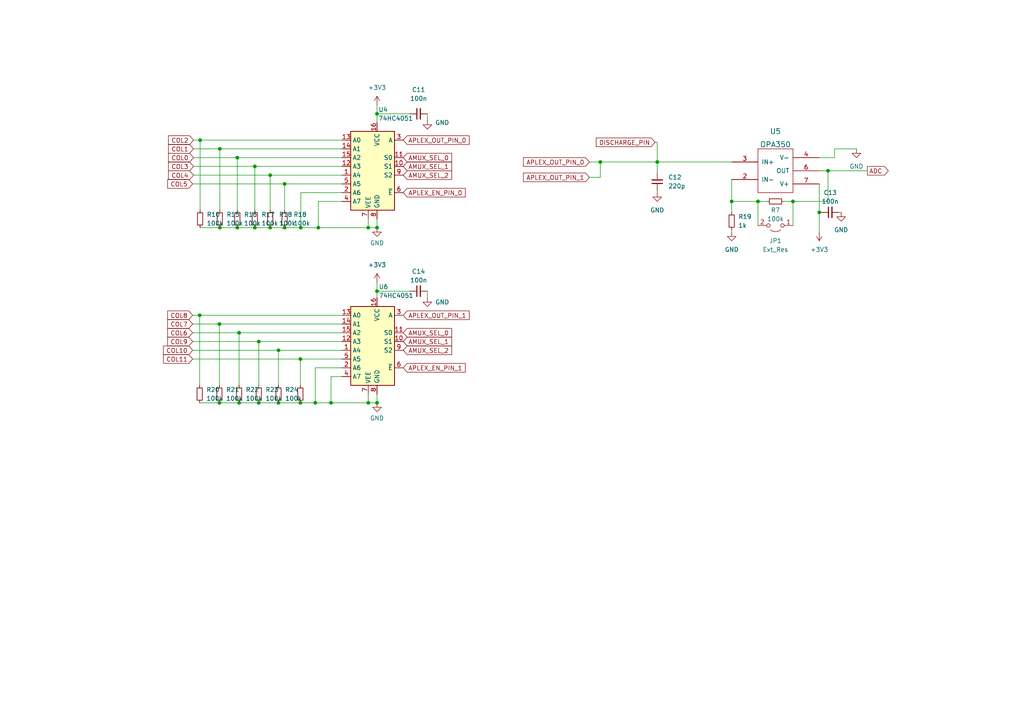
<source format=kicad_sch>
(kicad_sch (version 20230121) (generator eeschema)
  (paper "A4")
  (lib_symbols
    (symbol "74xx:74HC4051"
      (property "Reference" "U" (at -5.08 11.43 0))
      (property "Value" "74HC4051" (at -7.62 -13.97 0))
      (symbol "74HC4051_0_1"
        (rectangle (start -5.08 10.16) (end 7.62 -12.7) (stroke (width 0.254)) (fill (type background)))
      )
      (symbol "74HC4051_1_1"
        (pin passive line (at 10.16 -2.54 180) (length 2.54) (name "A4") (number "1"))
        (pin input line (at -7.62 0 0) (length 2.54) (name "S1") (number "10"))
        (pin input line (at -7.62 2.54 0) (length 2.54) (name "S0") (number "11"))
        (pin passive line (at 10.16 0 180) (length 2.54) (name "A3") (number "12"))
        (pin passive line (at 10.16 7.62 180) (length 2.54) (name "A0") (number "13"))
        (pin passive line (at 10.16 5.08 180) (length 2.54) (name "A1") (number "14"))
        (pin passive line (at 10.16 2.54 180) (length 2.54) (name "A2") (number "15"))
        (pin power_in line (at 0 12.7 270) (length 2.54) (name "VCC") (number "16"))
        (pin passive line (at 10.16 -7.62 180) (length 2.54) (name "A6") (number "2"))
        (pin passive line (at -7.62 7.62 0) (length 2.54) (name "A") (number "3"))
        (pin passive line (at 10.16 -10.16 180) (length 2.54) (name "A7") (number "4"))
        (pin passive line (at 10.16 -5.08 180) (length 2.54) (name "A5") (number "5"))
        (pin input line (at -7.62 -7.62 0) (length 2.54) (name "~{E}") (number "6"))
        (pin power_in line (at 2.54 -15.24 90) (length 2.54) (name "VEE") (number "7"))
        (pin power_in line (at 0 -15.24 90) (length 2.54) (name "GND") (number "8"))
        (pin input line (at -7.62 -2.54 0) (length 2.54) (name "S2") (number "9"))
      )
    )
    (symbol "Device:C_Small" (pin_numbers hide) (pin_names (offset 0.254) hide)
      (property "Reference" "C" (at 0.254 1.778 0))
      (property "Value" "C_Small" (at 0.254 -2.032 0))
      (symbol "C_Small_0_1"
        (polyline (pts (xy -1.524 -0.508) (xy 1.524 -0.508)) (stroke (width 0.3302)))
        (polyline (pts (xy -1.524 0.508) (xy 1.524 0.508)) (stroke (width 0.3048)))
      )
      (symbol "C_Small_1_1"
        (pin passive line (at 0 2.54 270) (length 2.032) (name "~") (number "1"))
        (pin passive line (at 0 -2.54 90) (length 2.032) (name "~") (number "2"))
      )
    )
    (symbol "Device:R_Small" (pin_numbers hide) (pin_names (offset 0.254) hide)
      (property "Reference" "R" (at 0.762 0.508 0))
      (property "Value" "R_Small" (at 0.762 -1.016 0))
      (symbol "R_Small_0_1"
        (rectangle (start -0.762 1.778) (end 0.762 -1.778) (stroke (width 0.2032)))
      )
      (symbol "R_Small_1_1"
        (pin passive line (at 0 2.54 270) (length 0.762) (name "~") (number "1"))
        (pin passive line (at 0 -2.54 90) (length 0.762) (name "~") (number "2"))
      )
    )
    (symbol "Jumper:Jumper_2_Open" (pin_names (offset 0) hide)
      (property "Reference" "JP" (at 0 2.794 0))
      (property "Value" "Jumper_2_Open" (at 0 -2.286 0))
      (symbol "Jumper_2_Open_0_0"
        (circle (center -2.032 0) (radius 0.508))
        (circle (center 2.032 0) (radius 0.508))
      )
      (symbol "Jumper_2_Open_0_1"
        (arc (start 1.524 1.27) (mid 0 1.778) (end -1.524 1.27))
      )
      (symbol "Jumper_2_Open_1_1"
        (pin passive line (at -5.08 0 0) (length 2.54) (name "A") (number "1"))
        (pin passive line (at 5.08 0 180) (length 2.54) (name "B") (number "2"))
      )
    )
    (symbol "cipulot_parts:OPA350" (pin_names (offset 1.016))
      (property "Reference" "U" (at 8.89 -7.62 0))
      (property "Value" "OPA350" (at 5.08 7.62 0))
      (symbol "OPA350_0_1"
        (rectangle (start 0 -6.35) (end 10.16 6.35))
        (pin input line (at -7.62 2.54 0) (length 7.62) (name "IN-") (number "2"))
        (pin input line (at -7.62 -2.54 0) (length 7.62) (name "IN+") (number "3"))
        (pin input line (at 17.78 -3.81 180) (length 7.62) (name "V-") (number "4"))
        (pin input line (at 17.78 0 180) (length 7.62) (name "OUT") (number "6"))
        (pin input line (at 17.78 3.81 180) (length 7.62) (name "V+") (number "7"))
      )
    )
    (symbol "power:+3V3" (power) (pin_names (offset 0))
      (property "Value" "+3V3" (at 0 3.556 0))
      (symbol "+3V3_0_1"
        (polyline (pts (xy -0.762 1.27) (xy 0 2.54)))
        (polyline (pts (xy 0 0) (xy 0 2.54)))
        (polyline (pts (xy 0 2.54) (xy 0.762 1.27)))
      )
      (symbol "+3V3_1_1"
        (pin power_in line (at 0 0 90) (length 0) hide (name "+3V3") (number "1"))
      )
    )
    (symbol "power:GND" (power) (pin_names (offset 0))
      (property "Value" "GND" (at 0 -3.81 0))
      (symbol "GND_0_1"
        (polyline (pts (xy 0 0) (xy 0 -1.27) (xy 1.27 -1.27) (xy 0 -2.54) (xy -1.27 -1.27) (xy 0 -1.27)))
      )
      (symbol "GND_1_1"
        (pin power_in line (at 0 0 270) (length 0) hide (name "GND") (number "1"))
      )
    )
  )
  (junction (at 109.347 84.455))
  (junction (at 69.342 116.84))
  (junction (at 219.837 58.42))
  (junction (at 82.55 53.34))
  (junction (at 106.807 116.84))
  (junction (at 73.914 48.26))
  (junction (at 190.627 46.99))
  (junction (at 68.834 66.04))
  (junction (at 57.912 91.44))
  (junction (at 75.057 99.06))
  (junction (at 63.627 116.84))
  (junction (at 96.012 116.84))
  (junction (at 78.359 50.8))
  (junction (at 109.347 116.84))
  (junction (at 87.122 104.14))
  (junction (at 109.347 33.02))
  (junction (at 212.217 58.42))
  (junction (at 69.342 96.52))
  (junction (at 240.157 49.53))
  (junction (at 58.039 40.64))
  (junction (at 63.754 66.04))
  (junction (at 80.772 116.84))
  (junction (at 87.249 66.04))
  (junction (at 73.914 66.04))
  (junction (at 78.359 66.04))
  (junction (at 63.754 43.18))
  (junction (at 63.627 93.98))
  (junction (at 174.117 46.99))
  (junction (at 68.834 45.72))
  (junction (at 91.44 116.84))
  (junction (at 80.772 101.6))
  (junction (at 106.807 66.04))
  (junction (at 237.617 61.595))
  (junction (at 229.997 58.42))
  (junction (at 109.347 66.04))
  (junction (at 87.122 116.84))
  (junction (at 92.329 66.04))
  (junction (at 82.55 66.04))
  (junction (at 75.057 116.84))
  (wire (pts (xy 87.249 66.04) (xy 92.329 66.04)))
  (wire (pts (xy 190.627 41.275) (xy 190.627 46.99)))
  (wire (pts (xy 240.157 58.42) (xy 229.997 58.42)))
  (wire (pts (xy 174.117 46.99) (xy 190.627 46.99)))
  (wire (pts (xy 99.187 109.22) (xy 96.012 109.22)))
  (wire (pts (xy 82.55 66.04) (xy 87.249 66.04)))
  (wire (pts (xy 190.627 50.165) (xy 190.627 46.99)))
  (wire (pts (xy 212.217 66.675) (xy 212.217 67.31)))
  (wire (pts (xy 58.039 40.64) (xy 58.039 60.96)))
  (wire (pts (xy 80.772 101.6) (xy 80.772 111.76)))
  (wire (pts (xy 91.44 116.84) (xy 96.012 116.84)))
  (wire (pts (xy 227.457 58.42) (xy 229.997 58.42)))
  (wire (pts (xy 55.88 53.34) (xy 82.55 53.34)))
  (wire (pts (xy 80.772 116.84) (xy 87.122 116.84)))
  (wire (pts (xy 63.627 116.84) (xy 69.342 116.84)))
  (wire (pts (xy 190.627 55.245) (xy 190.627 55.88)))
  (wire (pts (xy 73.914 66.04) (xy 78.359 66.04)))
  (wire (pts (xy 55.88 99.06) (xy 75.057 99.06)))
  (wire (pts (xy 55.88 93.98) (xy 63.627 93.98)))
  (wire (pts (xy 80.772 101.6) (xy 99.187 101.6)))
  (wire (pts (xy 78.359 50.8) (xy 78.359 60.96)))
  (wire (pts (xy 248.412 43.18) (xy 242.062 43.18)))
  (wire (pts (xy 55.88 101.6) (xy 80.772 101.6)))
  (wire (pts (xy 56.134 48.26) (xy 73.914 48.26)))
  (wire (pts (xy 87.122 116.84) (xy 91.44 116.84)))
  (wire (pts (xy 58.039 66.04) (xy 63.754 66.04)))
  (wire (pts (xy 91.44 106.68) (xy 91.44 116.84)))
  (wire (pts (xy 75.057 99.06) (xy 75.057 111.76)))
  (wire (pts (xy 73.914 48.26) (xy 73.914 60.96)))
  (wire (pts (xy 63.754 43.18) (xy 99.187 43.18)))
  (wire (pts (xy 109.347 84.455) (xy 118.872 84.455)))
  (wire (pts (xy 237.617 61.595) (xy 237.617 67.31)))
  (wire (pts (xy 68.834 45.72) (xy 68.834 60.96)))
  (wire (pts (xy 109.347 84.455) (xy 109.347 86.36)))
  (wire (pts (xy 190.627 46.99) (xy 212.217 46.99)))
  (wire (pts (xy 170.942 46.99) (xy 174.117 46.99)))
  (wire (pts (xy 109.347 114.3) (xy 109.347 116.84)))
  (wire (pts (xy 189.992 41.275) (xy 190.627 41.275)))
  (wire (pts (xy 99.187 58.42) (xy 92.329 58.42)))
  (wire (pts (xy 238.252 61.595) (xy 237.617 61.595)))
  (wire (pts (xy 123.952 86.36) (xy 123.952 84.455)))
  (wire (pts (xy 92.329 58.42) (xy 92.329 66.04)))
  (wire (pts (xy 68.834 45.72) (xy 99.187 45.72)))
  (wire (pts (xy 75.057 99.06) (xy 99.187 99.06)))
  (wire (pts (xy 75.057 116.84) (xy 80.772 116.84)))
  (wire (pts (xy 170.942 51.435) (xy 174.117 51.435)))
  (wire (pts (xy 219.837 58.42) (xy 219.837 65.405)))
  (wire (pts (xy 68.834 66.04) (xy 73.914 66.04)))
  (wire (pts (xy 56.134 40.64) (xy 58.039 40.64)))
  (wire (pts (xy 56.134 45.72) (xy 68.834 45.72)))
  (wire (pts (xy 174.117 51.435) (xy 174.117 46.99)))
  (wire (pts (xy 69.342 96.52) (xy 99.187 96.52)))
  (wire (pts (xy 237.617 45.72) (xy 242.062 45.72)))
  (wire (pts (xy 229.997 58.42) (xy 229.997 65.405)))
  (wire (pts (xy 63.627 93.98) (xy 99.187 93.98)))
  (wire (pts (xy 99.187 55.88) (xy 87.249 55.88)))
  (wire (pts (xy 55.88 104.14) (xy 87.122 104.14)))
  (wire (pts (xy 78.359 50.8) (xy 99.187 50.8)))
  (wire (pts (xy 73.914 48.26) (xy 99.187 48.26)))
  (wire (pts (xy 237.617 49.53) (xy 240.157 49.53)))
  (wire (pts (xy 240.157 49.53) (xy 251.587 49.53)))
  (wire (pts (xy 109.347 81.915) (xy 109.347 84.455)))
  (wire (pts (xy 212.217 52.07) (xy 212.217 58.42)))
  (wire (pts (xy 82.55 53.34) (xy 99.187 53.34)))
  (wire (pts (xy 91.44 106.68) (xy 99.187 106.68)))
  (wire (pts (xy 106.807 63.5) (xy 106.807 66.04)))
  (wire (pts (xy 106.807 66.04) (xy 109.347 66.04)))
  (wire (pts (xy 237.617 53.34) (xy 237.617 61.595)))
  (wire (pts (xy 57.912 116.84) (xy 63.627 116.84)))
  (wire (pts (xy 106.807 116.84) (xy 109.347 116.84)))
  (wire (pts (xy 109.347 33.02) (xy 109.347 35.56)))
  (wire (pts (xy 58.039 40.64) (xy 99.187 40.64)))
  (wire (pts (xy 82.55 53.34) (xy 82.55 60.96)))
  (wire (pts (xy 96.012 109.22) (xy 96.012 116.84)))
  (wire (pts (xy 55.88 91.44) (xy 57.912 91.44)))
  (wire (pts (xy 242.062 45.72) (xy 242.062 43.18)))
  (wire (pts (xy 87.122 104.14) (xy 87.122 111.76)))
  (wire (pts (xy 63.627 111.76) (xy 63.627 93.98)))
  (wire (pts (xy 219.837 58.42) (xy 212.217 58.42)))
  (wire (pts (xy 240.157 49.53) (xy 240.157 58.42)))
  (wire (pts (xy 87.249 55.88) (xy 87.249 66.04)))
  (wire (pts (xy 56.134 43.18) (xy 63.754 43.18)))
  (wire (pts (xy 243.332 61.595) (xy 243.967 61.595)))
  (wire (pts (xy 63.754 43.18) (xy 63.754 60.96)))
  (wire (pts (xy 92.329 66.04) (xy 106.807 66.04)))
  (wire (pts (xy 106.807 114.3) (xy 106.807 116.84)))
  (wire (pts (xy 69.342 116.84) (xy 75.057 116.84)))
  (wire (pts (xy 109.347 30.48) (xy 109.347 33.02)))
  (wire (pts (xy 123.952 34.925) (xy 123.952 33.02)))
  (wire (pts (xy 96.012 116.84) (xy 106.807 116.84)))
  (wire (pts (xy 69.342 96.52) (xy 69.342 111.76)))
  (wire (pts (xy 56.134 50.8) (xy 78.359 50.8)))
  (wire (pts (xy 78.359 66.04) (xy 82.55 66.04)))
  (wire (pts (xy 212.217 58.42) (xy 212.217 61.595)))
  (wire (pts (xy 109.347 33.02) (xy 118.872 33.02)))
  (wire (pts (xy 63.754 66.04) (xy 68.834 66.04)))
  (wire (pts (xy 87.122 104.14) (xy 99.187 104.14)))
  (wire (pts (xy 219.837 58.42) (xy 222.377 58.42)))
  (wire (pts (xy 55.88 96.52) (xy 69.342 96.52)))
  (wire (pts (xy 57.912 111.76) (xy 57.912 91.44)))
  (wire (pts (xy 109.347 63.5) (xy 109.347 66.04)))
  (wire (pts (xy 57.912 91.44) (xy 99.187 91.44)))
  (global_label "COL6" (shape input) (at 55.88 96.52 180) (property "Intersheetrefs" "${INTERSHEET_REFS}" (effects hide)))
  (global_label "APLEX_EN_PIN_1" (shape input) (at 116.967 106.68 0) (property "Intersheetrefs" "${INTERSHEET_REFS}" (effects hide)))
  (global_label "COL7" (shape input) (at 55.88 93.98 180) (property "Intersheetrefs" "${INTERSHEET_REFS}" (effects hide)))
  (global_label "AMUX_SEL_0" (shape input) (at 116.967 45.72 0) (property "Intersheetrefs" "${INTERSHEET_REFS}" (effects hide)))
  (global_label "APLEX_OUT_PIN_1" (shape input) (at 116.967 91.44 0) (property "Intersheetrefs" "${INTERSHEET_REFS}" (effects hide)))
  (global_label "AMUX_SEL_2" (shape input) (at 116.967 101.6 0) (property "Intersheetrefs" "${INTERSHEET_REFS}" (effects hide)))
  (global_label "APLEX_OUT_PIN_0" (shape input) (at 116.967 40.64 0) (property "Intersheetrefs" "${INTERSHEET_REFS}" (effects hide)))
  (global_label "COL2" (shape input) (at 56.134 40.64 180) (property "Intersheetrefs" "${INTERSHEET_REFS}" (effects hide)))
  (global_label "AMUX_SEL_2" (shape input) (at 116.967 50.8 0) (property "Intersheetrefs" "${INTERSHEET_REFS}" (effects hide)))
  (global_label "APLEX_OUT_PIN_0" (shape input) (at 170.942 46.99 180) (property "Intersheetrefs" "${INTERSHEET_REFS}" (effects hide)))
  (global_label "DISCHARGE_PIN" (shape input) (at 189.992 41.275 180) (property "Intersheetrefs" "${INTERSHEET_REFS}" (effects hide)))
  (global_label "COL10" (shape input) (at 55.88 101.6 180) (property "Intersheetrefs" "${INTERSHEET_REFS}" (effects hide)))
  (global_label "COL4" (shape input) (at 56.134 50.8 180) (property "Intersheetrefs" "${INTERSHEET_REFS}" (effects hide)))
  (global_label "AMUX_SEL_1" (shape input) (at 116.967 48.26 0) (property "Intersheetrefs" "${INTERSHEET_REFS}" (effects hide)))
  (global_label "APLEX_OUT_PIN_1" (shape input) (at 170.942 51.435 180) (property "Intersheetrefs" "${INTERSHEET_REFS}" (effects hide)))
  (global_label "COL9" (shape input) (at 55.88 99.06 180) (property "Intersheetrefs" "${INTERSHEET_REFS}" (effects hide)))
  (global_label "COL11" (shape input) (at 55.88 104.14 180) (property "Intersheetrefs" "${INTERSHEET_REFS}" (effects hide)))
  (global_label "COL5" (shape input) (at 55.88 53.34 180) (property "Intersheetrefs" "${INTERSHEET_REFS}" (effects hide)))
  (global_label "COL0" (shape input) (at 56.134 45.72 180) (property "Intersheetrefs" "${INTERSHEET_REFS}" (effects hide)))
  (global_label "ADC" (shape output) (at 251.587 49.53 0) (property "Intersheetrefs" "${INTERSHEET_REFS}" (effects hide)))
  (global_label "APLEX_EN_PIN_0" (shape input) (at 116.967 55.88 0) (property "Intersheetrefs" "${INTERSHEET_REFS}" (effects hide)))
  (global_label "AMUX_SEL_1" (shape input) (at 116.967 99.06 0) (property "Intersheetrefs" "${INTERSHEET_REFS}" (effects hide)))
  (global_label "COL3" (shape input) (at 56.134 48.26 180) (property "Intersheetrefs" "${INTERSHEET_REFS}" (effects hide)))
  (global_label "COL1" (shape input) (at 56.134 43.18 180) (property "Intersheetrefs" "${INTERSHEET_REFS}" (effects hide)))
  (global_label "COL8" (shape input) (at 55.88 91.44 180) (property "Intersheetrefs" "${INTERSHEET_REFS}" (effects hide)))
  (global_label "AMUX_SEL_0" (shape input) (at 116.967 96.52 0) (property "Intersheetrefs" "${INTERSHEET_REFS}" (effects hide)))
  (symbol (lib_id "74xx:74HC4051") (at 109.347 48.26 0) (mirror y) (unit 1)
    (property "Reference" "U4" (at 109.7486 31.7994 0) (effects (justify right)))
    (property "Value" "74HC4051" (at 109.7486 34.3394 0) (effects (justify right)))
    (property "Footprint" "cipulot_parts:TSSOP16" (effects hide))
    (property "Datasheet" "http://www.ti.com/lit/ds/symlink/cd74hc4051.pdf" (effects hide))
    (instances (project "the-nicholas-van" (path "" (reference "U4") (unit 1))) (project "Analog" (path "" (reference "U4") (unit 1))) (project "travaulta prototype" (path "" (reference "U4") (unit 1))) (project "forti EC" (path "" (reference "U5") (unit 1))))
  )
  (symbol (lib_id "power:+3V3") (at 109.347 30.48 0) (unit 1)
    (property "Reference" "#PWR09" (effects hide))
    (property "Value" "+3V3" (at 109.347 25.4 0))
    (instances (project "the-nicholas-van" (path "" (reference "#PWR09") (unit 1))) (project "Analog" (path "" (reference "#PWR0138") (unit 1))) (project "travaulta prototype" (path "" (reference "#PWR0138") (unit 1))) (project "forti EC" (path "" (reference "#PWR031") (unit 1))))
  )
  (symbol (lib_id "Device:R_Small") (at 75.057 114.3 0) (unit 1)
    (property "Reference" "R23" (at 76.962 113.0299 0) (effects (justify left)))
    (property "Value" "100k" (at 76.962 115.5699 0) (effects (justify left)))
    (property "Footprint" "Resistor_SMD:R_0402_1005Metric" (effects hide))
    (instances (project "the-nicholas-van" (path "" (reference "R23") (unit 1))) (project "Analog" (path "" (reference "R14") (unit 1))) (project "travaulta prototype" (path "" (reference "R14") (unit 1))) (project "forti EC" (path "" (reference "R14") (unit 1))))
  )
  (symbol (lib_id "Device:R_Small") (at 58.039 63.5 0) (unit 1)
    (property "Reference" "R10" (at 59.944 62.2299 0) (effects (justify left)))
    (property "Value" "100k" (at 59.944 64.7699 0) (effects (justify left)))
    (property "Footprint" "Resistor_SMD:R_0402_1005Metric" (effects hide))
    (instances (project "the-nicholas-van" (path "" (reference "R10") (unit 1))) (project "Analog" (path "" (reference "R11") (unit 1))) (project "travaulta prototype" (path "" (reference "R11") (unit 1))) (project "forti EC" (path "" (reference "R4") (unit 1))))
  )
  (symbol (lib_id "cipulot_parts:OPA350") (at 219.837 49.53 0) (mirror x) (unit 1)
    (property "Reference" "U5" (at 224.917 38.1 0) (effects (font (size 1.524 1.524))))
    (property "Value" "OPA350" (at 224.917 41.91 0) (effects (font (size 1.524 1.524))))
    (property "Footprint" "Package_SO:SOIC-8_3.9x4.9mm_P1.27mm" (effects hide))
    (instances (project "the-nicholas-van" (path "" (reference "U5") (unit 1))) (project "Analog" (path "" (reference "U5") (unit 1))) (project "travaulta prototype" (path "" (reference "U5") (unit 1))) (project "forti EC" (path "" (reference "U6") (unit 1))))
  )
  (symbol (lib_id "Device:R_Small") (at 69.342 114.3 0) (unit 1)
    (property "Reference" "R22" (at 71.247 113.0299 0) (effects (justify left)))
    (property "Value" "100k" (at 71.247 115.5699 0) (effects (justify left)))
    (property "Footprint" "Resistor_SMD:R_0402_1005Metric" (effects hide))
    (instances (project "the-nicholas-van" (path "" (reference "R22") (unit 1))) (project "Analog" (path "" (reference "R12") (unit 1))) (project "travaulta prototype" (path "" (reference "R12") (unit 1))) (project "forti EC" (path "" (reference "R13") (unit 1))))
  )
  (symbol (lib_id "Jumper:Jumper_2_Open") (at 224.917 65.405 180) (unit 1)
    (property "Reference" "JP1" (at 224.917 69.8531 0))
    (property "Value" "Ext_Res" (at 224.917 72.39 0))
    (property "Footprint" "Resistor_SMD:R_0603_1608Metric_Pad0.98x0.95mm_HandSolder" (effects hide))
  )
  (symbol (lib_id "Device:C_Small") (at 121.412 84.455 90) (unit 1)
    (property "Reference" "C14" (at 121.4183 78.74 90))
    (property "Value" "100n" (at 121.4183 81.28 90))
    (property "Footprint" "Capacitor_SMD:C_0402_1005Metric" (effects hide))
    (instances (project "the-nicholas-van" (path "" (reference "C14") (unit 1))) (project "Analog" (path "" (reference "C12") (unit 1))) (project "travaulta prototype" (path "" (reference "C12") (unit 1))) (project "forti EC" (path "" (reference "C15") (unit 1))))
  )
  (symbol (lib_id "power:GND") (at 190.627 55.88 0) (unit 1)
    (property "Reference" "#PWR018" (effects hide))
    (property "Value" "GND" (at 190.627 60.96 0))
    (instances (project "the-nicholas-van" (path "" (reference "#PWR018") (unit 1))) (project "Analog" (path "" (reference "#PWR0148") (unit 1))) (project "travaulta prototype" (path "" (reference "#PWR0148") (unit 1))) (project "forti EC" (path "" (reference "#PWR034") (unit 1))))
  )
  (symbol (lib_id "Device:R_Small") (at 68.834 63.5 0) (unit 1)
    (property "Reference" "R16" (at 70.739 62.2299 0) (effects (justify left)))
    (property "Value" "100k" (at 70.739 64.7699 0) (effects (justify left)))
    (property "Footprint" "Resistor_SMD:R_0402_1005Metric" (effects hide))
    (instances (project "the-nicholas-van" (path "" (reference "R16") (unit 1))) (project "Analog" (path "" (reference "R15") (unit 1))) (project "travaulta prototype" (path "" (reference "R15") (unit 1))) (project "forti EC" (path "" (reference "R7") (unit 1))))
  )
  (symbol (lib_id "power:GND") (at 212.217 67.31 0) (unit 1)
    (property "Reference" "#PWR028" (effects hide))
    (property "Value" "GND" (at 212.217 72.39 0))
    (instances (project "the-nicholas-van" (path "" (reference "#PWR028") (unit 1))) (project "Analog" (path "" (reference "#PWR0141") (unit 1))) (project "travaulta prototype" (path "" (reference "#PWR0141") (unit 1))) (project "forti EC" (path "" (reference "#PWR037") (unit 1))))
  )
  (symbol (lib_id "Device:R_Small") (at 224.917 58.42 90) (unit 1)
    (property "Reference" "R7" (at 224.917 60.96 90))
    (property "Value" "100k" (at 224.917 63.5 90))
    (property "Footprint" "Resistor_SMD:R_0402_1005Metric" (effects hide))
    (instances (project "the-nicholas-van" (path "" (reference "R7") (unit 1))) (project "Analog" (path "" (reference "R21") (unit 1))) (project "travaulta prototype" (path "" (reference "R21") (unit 1))) (project "forti EC" (path "" (reference "R3") (unit 1))))
  )
  (symbol (lib_id "Device:R_Small") (at 80.772 114.3 0) (unit 1)
    (property "Reference" "R24" (at 82.677 113.0299 0) (effects (justify left)))
    (property "Value" "100k" (at 82.677 115.5699 0) (effects (justify left)))
    (property "Footprint" "Resistor_SMD:R_0402_1005Metric" (effects hide))
    (instances (project "the-nicholas-van" (path "" (reference "R24") (unit 1))) (project "Analog" (path "" (reference "R16") (unit 1))) (project "travaulta prototype" (path "" (reference "R16") (unit 1))) (project "forti EC" (path "" (reference "R15") (unit 1))))
  )
  (symbol (lib_id "Device:R_Small") (at 73.914 63.5 0) (unit 1)
    (property "Reference" "R17" (at 75.819 62.23 0) (effects (justify left)))
    (property "Value" "100k" (at 75.819 64.7699 0) (effects (justify left)))
    (property "Footprint" "Resistor_SMD:R_0402_1005Metric" (effects hide))
    (instances (project "the-nicholas-van" (path "" (reference "R17") (unit 1))) (project "Analog" (path "" (reference "R17") (unit 1))) (project "travaulta prototype" (path "" (reference "R17") (unit 1))) (project "forti EC" (path "" (reference "R8") (unit 1))))
  )
  (symbol (lib_id "Device:C_Small") (at 121.412 33.02 90) (unit 1)
    (property "Reference" "C11" (at 121.4183 26.035 90))
    (property "Value" "100n" (at 121.4183 28.575 90))
    (property "Footprint" "Capacitor_SMD:C_0402_1005Metric" (effects hide))
    (instances (project "the-nicholas-van" (path "" (reference "C11") (unit 1))) (project "Analog" (path "" (reference "C13") (unit 1))) (project "travaulta prototype" (path "" (reference "C13") (unit 1))) (project "forti EC" (path "" (reference "C10") (unit 1))))
  )
  (symbol (lib_id "74xx:74HC4051") (at 109.347 99.06 0) (mirror y) (unit 1)
    (property "Reference" "U6" (at 109.8676 83.185 0) (effects (justify right)))
    (property "Value" "74HC4051" (at 109.8676 85.725 0) (effects (justify right)))
    (property "Footprint" "cipulot_parts:TSSOP16" (effects hide))
    (property "Datasheet" "http://www.ti.com/lit/ds/symlink/cd74hc4051.pdf" (effects hide))
    (instances (project "the-nicholas-van" (path "" (reference "U6") (unit 1))) (project "Analog" (path "" (reference "U3") (unit 1))) (project "travaulta prototype" (path "" (reference "U3") (unit 1))) (project "forti EC" (path "" (reference "U7") (unit 1))))
  )
  (symbol (lib_id "Device:R_Small") (at 57.912 114.3 0) (unit 1)
    (property "Reference" "R20" (at 59.817 113.03 0) (effects (justify left)))
    (property "Value" "100k" (at 59.817 115.5699 0) (effects (justify left)))
    (property "Footprint" "Resistor_SMD:R_0402_1005Metric" (effects hide))
    (instances (project "the-nicholas-van" (path "" (reference "R20") (unit 1))) (project "Analog" (path "" (reference "R20") (unit 1))) (project "travaulta prototype" (path "" (reference "R20") (unit 1))) (project "forti EC" (path "" (reference "R11") (unit 1))))
  )
  (symbol (lib_id "Device:C_Small") (at 240.792 61.595 90) (unit 1)
    (property "Reference" "C13" (at 240.7983 55.88 90))
    (property "Value" "100n" (at 240.7983 58.42 90))
    (property "Footprint" "Capacitor_SMD:C_0402_1005Metric" (effects hide))
    (instances (project "the-nicholas-van" (path "" (reference "C13") (unit 1))) (project "Analog" (path "" (reference "C15") (unit 1))) (project "travaulta prototype" (path "" (reference "C15") (unit 1))) (project "forti EC" (path "" (reference "C14") (unit 1))))
  )
  (symbol (lib_id "Device:R_Small") (at 63.627 114.3 0) (unit 1)
    (property "Reference" "R21" (at 65.532 113.0299 0) (effects (justify left)))
    (property "Value" "100k" (at 65.532 115.5699 0) (effects (justify left)))
    (property "Footprint" "Resistor_SMD:R_0402_1005Metric" (effects hide))
    (instances (project "the-nicholas-van" (path "" (reference "R21") (unit 1))) (project "Analog" (path "" (reference "R10") (unit 1))) (project "travaulta prototype" (path "" (reference "R10") (unit 1))) (project "forti EC" (path "" (reference "R12") (unit 1))))
  )
  (symbol (lib_id "power:GND") (at 248.412 43.18 0) (unit 1)
    (property "Reference" "#PWR011" (effects hide))
    (property "Value" "GND" (at 248.412 48.26 0))
    (instances (project "the-nicholas-van" (path "" (reference "#PWR011") (unit 1))) (project "Analog" (path "" (reference "#PWR0140") (unit 1))) (project "travaulta prototype" (path "" (reference "#PWR0140") (unit 1))) (project "forti EC" (path "" (reference "#PWR033") (unit 1))))
  )
  (symbol (lib_id "power:+3V3") (at 109.347 81.915 0) (unit 1)
    (property "Reference" "#PWR040" (effects hide))
    (property "Value" "+3V3" (at 109.347 76.835 0))
    (instances (project "the-nicholas-van" (path "" (reference "#PWR040") (unit 1))) (project "Analog" (path "" (reference "#PWR0137") (unit 1))) (project "travaulta prototype" (path "" (reference "#PWR0137") (unit 1))) (project "forti EC" (path "" (reference "#PWR039") (unit 1))))
  )
  (symbol (lib_id "Device:R_Small") (at 82.55 63.5 0) (unit 1)
    (property "Reference" "R18" (at 85.09 62.23 0) (effects (justify left)))
    (property "Value" "100k" (at 85.09 64.77 0) (effects (justify left)))
    (property "Footprint" "Resistor_SMD:R_0402_1005Metric" (effects hide))
    (instances (project "the-nicholas-van" (path "" (reference "R18") (unit 1))) (project "Analog" (path "" (reference "R19") (unit 1))) (project "travaulta prototype" (path "" (reference "R19") (unit 1))) (project "forti EC" (path "" (reference "R18") (unit 1))))
  )
  (symbol (lib_id "power:GND") (at 123.952 34.925 0) (unit 1)
    (property "Reference" "#PWR010" (effects hide))
    (property "Value" "GND" (at 128.27 35.56 0))
    (instances (project "the-nicholas-van" (path "" (reference "#PWR010") (unit 1))) (project "Analog" (path "" (reference "#PWR0139") (unit 1))) (project "travaulta prototype" (path "" (reference "#PWR0139") (unit 1))) (project "forti EC" (path "" (reference "#PWR032") (unit 1))))
  )
  (symbol (lib_id "power:GND") (at 109.347 116.84 0) (unit 1)
    (property "Reference" "#PWR044" (effects hide))
    (property "Value" "GND" (at 109.347 121.285 0))
    (instances (project "the-nicholas-van" (path "" (reference "#PWR044") (unit 1))) (project "Analog" (path "" (reference "#PWR0134") (unit 1))) (project "travaulta prototype" (path "" (reference "#PWR0134") (unit 1))) (project "forti EC" (path "" (reference "#PWR041") (unit 1))))
  )
  (symbol (lib_id "Device:C_Small") (at 190.627 52.705 180) (unit 1)
    (property "Reference" "C12" (at 193.802 51.4285 0) (effects (justify right)))
    (property "Value" "220p" (at 193.802 53.9685 0) (effects (justify right)))
    (property "Footprint" "Capacitor_SMD:C_0402_1005Metric" (effects hide))
    (instances (project "the-nicholas-van" (path "" (reference "C12") (unit 1))) (project "Analog" (path "" (reference "C14") (unit 1))) (project "travaulta prototype" (path "" (reference "C14") (unit 1))) (project "forti EC" (path "" (reference "C11") (unit 1))))
  )
  (symbol (lib_id "power:GND") (at 109.347 66.04 0) (unit 1)
    (property "Reference" "#PWR026" (effects hide))
    (property "Value" "GND" (at 109.347 70.485 0))
    (instances (project "the-nicholas-van" (path "" (reference "#PWR026") (unit 1))) (project "Analog" (path "" (reference "#PWR0136") (unit 1))) (project "travaulta prototype" (path "" (reference "#PWR0136") (unit 1))) (project "forti EC" (path "" (reference "#PWR036") (unit 1))))
  )
  (symbol (lib_id "power:GND") (at 123.952 86.36 0) (unit 1)
    (property "Reference" "#PWR041" (effects hide))
    (property "Value" "GND" (at 128.27 87.63 0))
    (instances (project "the-nicholas-van" (path "" (reference "#PWR041") (unit 1))) (project "Analog" (path "" (reference "#PWR0135") (unit 1))) (project "travaulta prototype" (path "" (reference "#PWR0135") (unit 1))) (project "forti EC" (path "" (reference "#PWR040") (unit 1))))
  )
  (symbol (lib_id "Device:R_Small") (at 78.359 63.5 0) (unit 1)
    (property "Reference" "R18" (at 80.899 62.23 0) (effects (justify left)))
    (property "Value" "100k" (at 80.899 64.77 0) (effects (justify left)))
    (property "Footprint" "Resistor_SMD:R_0402_1005Metric" (effects hide))
    (instances (project "the-nicholas-van" (path "" (reference "R18") (unit 1))) (project "Analog" (path "" (reference "R19") (unit 1))) (project "travaulta prototype" (path "" (reference "R19") (unit 1))) (project "forti EC" (path "" (reference "R9") (unit 1))))
  )
  (symbol (lib_id "Device:R_Small") (at 212.217 64.135 0) (unit 1)
    (property "Reference" "R19" (at 214.122 62.8649 0) (effects (justify left)))
    (property "Value" "1k" (at 214.122 65.4049 0) (effects (justify left)))
    (property "Footprint" "Resistor_SMD:R_0402_1005Metric" (effects hide))
    (instances (project "the-nicholas-van" (path "" (reference "R19") (unit 1))) (project "Analog" (path "" (reference "R23") (unit 1))) (project "travaulta prototype" (path "" (reference "R23") (unit 1))) (project "forti EC" (path "" (reference "R10") (unit 1))))
  )
  (symbol (lib_id "Device:R_Small") (at 87.122 114.3 0) (unit 1)
    (property "Reference" "R25" (effects hide))
    (property "Value" "100k" (effects hide))
    (property "Footprint" "Resistor_SMD:R_0402_1005Metric" (effects hide))
    (instances (project "the-nicholas-van" (path "" (reference "R25") (unit 1))) (project "Analog" (path "" (reference "R1") (unit 1))) (project "travaulta prototype" (path "" (reference "R5") (unit 1))) (project "forti EC" (path "" (reference "R16") (unit 1))))
  )
  (symbol (lib_id "power:GND") (at 243.967 61.595 0) (unit 1)
    (property "Reference" "#PWR025" (effects hide))
    (property "Value" "GND" (at 243.967 66.675 0))
    (instances (project "the-nicholas-van" (path "" (reference "#PWR025") (unit 1))) (project "Analog" (path "" (reference "#PWR0142") (unit 1))) (project "travaulta prototype" (path "" (reference "#PWR0142") (unit 1))) (project "forti EC" (path "" (reference "#PWR035") (unit 1))))
  )
  (symbol (lib_id "Device:R_Small") (at 63.754 63.5 0) (unit 1)
    (property "Reference" "R15" (at 65.659 62.2299 0) (effects (justify left)))
    (property "Value" "100k" (at 65.659 64.7699 0) (effects (justify left)))
    (property "Footprint" "Resistor_SMD:R_0402_1005Metric" (effects hide))
    (instances (project "the-nicholas-van" (path "" (reference "R15") (unit 1))) (project "Analog" (path "" (reference "R13") (unit 1))) (project "travaulta prototype" (path "" (reference "R13") (unit 1))) (project "forti EC" (path "" (reference "R5") (unit 1))))
  )
  (symbol (lib_id "power:+3V3") (at 237.617 67.31 180) (unit 1)
    (property "Reference" "#PWR036" (effects hide))
    (property "Value" "+3V3" (at 237.617 72.39 0))
    (instances (project "the-nicholas-van" (path "" (reference "#PWR036") (unit 1))) (project "Analog" (path "" (reference "#PWR0143") (unit 1))) (project "travaulta prototype" (path "" (reference "#PWR0143") (unit 1))) (project "forti EC" (path "" (reference "#PWR038") (unit 1))))
  )
)
</source>
